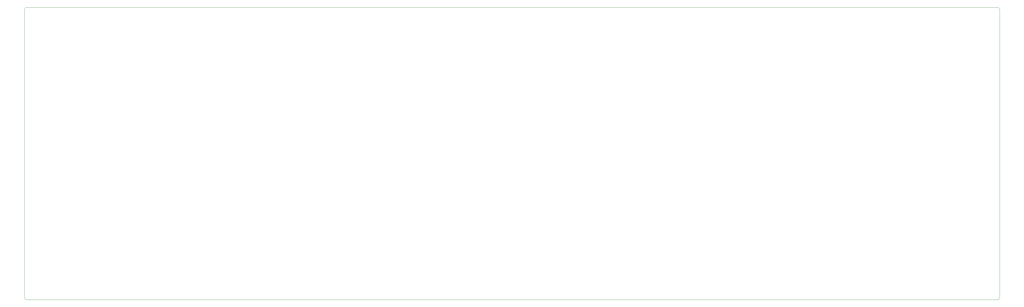
<source format=gbr>
%TF.GenerationSoftware,KiCad,Pcbnew,8.0.2*%
%TF.CreationDate,2024-06-13T00:17:43-07:00*%
%TF.ProjectId,keyboard_pcb,6b657962-6f61-4726-945f-7063622e6b69,1.0*%
%TF.SameCoordinates,Original*%
%TF.FileFunction,Profile,NP*%
%FSLAX46Y46*%
G04 Gerber Fmt 4.6, Leading zero omitted, Abs format (unit mm)*
G04 Created by KiCad (PCBNEW 8.0.2) date 2024-06-13 00:17:43*
%MOMM*%
%LPD*%
G01*
G04 APERTURE LIST*
%TA.AperFunction,Profile*%
%ADD10C,0.050000*%
%TD*%
G04 APERTURE END LIST*
D10*
X371475000Y-184150000D02*
X362743750Y-184150000D01*
X372268750Y-126206250D02*
X372268750Y-183356250D01*
X371475000Y-86518750D02*
G75*
G02*
X372268750Y-87312500I0J-793750D01*
G01*
X46831250Y-87312500D02*
X46831250Y-183356250D01*
X337343750Y-86518750D02*
X349250000Y-86518750D01*
X372268750Y-87312500D02*
X372268750Y-126206250D01*
X47625000Y-184150000D02*
G75*
G02*
X46831200Y-183356250I0J793800D01*
G01*
X46831250Y-87312500D02*
G75*
G02*
X47625000Y-86518750I793750J0D01*
G01*
X337343750Y-86518750D02*
X47625000Y-86518750D01*
X47625000Y-184150000D02*
X362743750Y-184150000D01*
X349250000Y-86518750D02*
X371475000Y-86518750D01*
X372268750Y-183356250D02*
G75*
G02*
X371475000Y-184149950I-793750J50D01*
G01*
M02*

</source>
